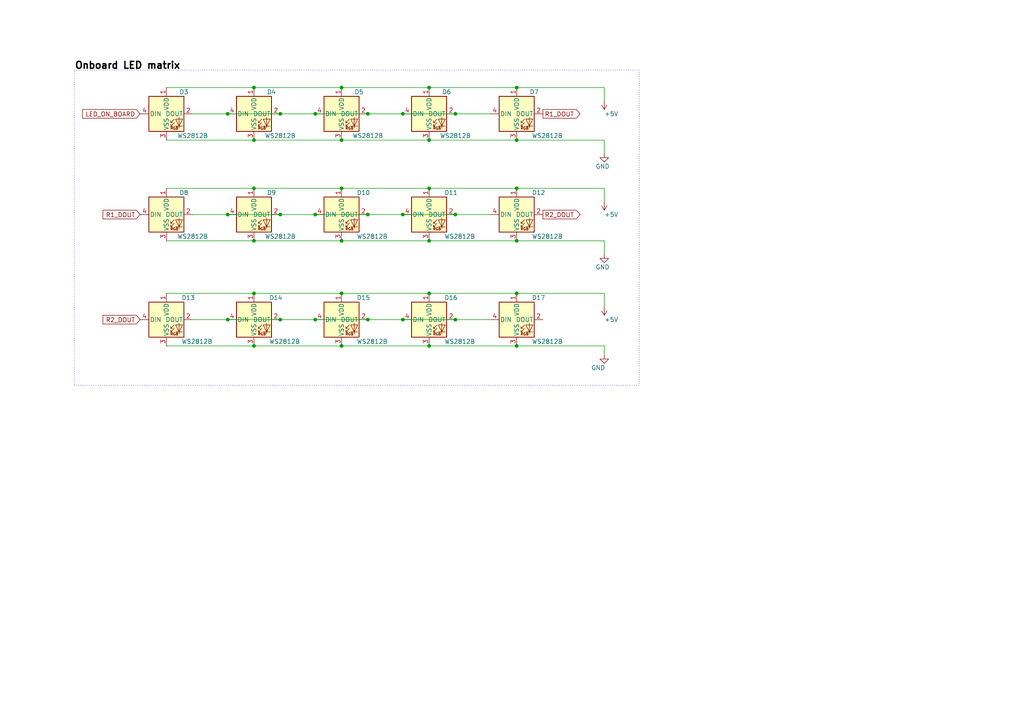
<source format=kicad_sch>
(kicad_sch (version 20230121) (generator eeschema)
  (paper "A4")
  (lib_symbols
    (symbol "LED:WS2812B" (pin_names (offset 0.254))
      (property "Reference" "D" (at 5.08 5.715 0))
      (property "Value" "WS2812B" (at 1.27 -5.715 0))
      (symbol "WS2812B_0_0"
        (text "RGB" (at 2.286 -4.191 0) (effects (font (size 0.762 0.762))))
      )
      (symbol "WS2812B_0_1"
        (polyline (pts (xy 1.27 -3.556) (xy 1.778 -3.556)))
        (polyline (pts (xy 1.27 -2.54) (xy 1.778 -2.54)))
        (polyline (pts (xy 4.699 -3.556) (xy 2.667 -3.556)))
        (polyline (pts (xy 2.286 -2.54) (xy 1.27 -3.556) (xy 1.27 -3.048)))
        (polyline (pts (xy 2.286 -1.524) (xy 1.27 -2.54) (xy 1.27 -2.032)))
        (polyline (pts (xy 3.683 -1.016) (xy 3.683 -3.556) (xy 3.683 -4.064)))
        (polyline (pts (xy 4.699 -1.524) (xy 2.667 -1.524) (xy 3.683 -3.556) (xy 4.699 -1.524)))
        (rectangle (start 5.08 5.08) (end -5.08 -5.08) (stroke (width 0.254)) (fill (type background)))
      )
      (symbol "WS2812B_1_1"
        (pin power_in line (at 0 7.62 270) (length 2.54) (name "VDD") (number "1"))
        (pin output line (at 7.62 0 180) (length 2.54) (name "DOUT") (number "2"))
        (pin power_in line (at 0 -7.62 90) (length 2.54) (name "VSS") (number "3"))
        (pin input line (at -7.62 0 0) (length 2.54) (name "DIN") (number "4"))
      )
    )
    (symbol "power:+5V" (power) (pin_names (offset 0))
      (property "Value" "+5V" (at 0 3.556 0))
      (symbol "+5V_0_1"
        (polyline (pts (xy -0.762 1.27) (xy 0 2.54)))
        (polyline (pts (xy 0 0) (xy 0 2.54)))
        (polyline (pts (xy 0 2.54) (xy 0.762 1.27)))
      )
      (symbol "+5V_1_1"
        (pin power_in line (at 0 0 90) (length 0) hide (name "+5V") (number "1"))
      )
    )
    (symbol "power:GND" (power) (pin_names (offset 0))
      (property "Value" "GND" (at 0 -3.81 0))
      (symbol "GND_0_1"
        (polyline (pts (xy 0 0) (xy 0 -1.27) (xy 1.27 -1.27) (xy 0 -2.54) (xy -1.27 -1.27) (xy 0 -1.27)))
      )
      (symbol "GND_1_1"
        (pin power_in line (at 0 0 270) (length 0) hide (name "GND") (number "1"))
      )
    )
  )
  (junction (at 106.68 92.71))
  (junction (at 99.06 40.64))
  (junction (at 99.06 54.61))
  (junction (at 73.66 85.09))
  (junction (at 106.68 33.02))
  (junction (at 91.44 62.23))
  (junction (at 132.08 33.02))
  (junction (at 149.86 54.61))
  (junction (at 124.46 85.09))
  (junction (at 73.66 54.61))
  (junction (at 124.46 100.33))
  (junction (at 124.46 69.85))
  (junction (at 149.86 40.64))
  (junction (at 149.86 85.09))
  (junction (at 99.06 100.33))
  (junction (at 91.44 92.71))
  (junction (at 66.04 92.71))
  (junction (at 116.84 92.71))
  (junction (at 73.66 25.4))
  (junction (at 124.46 54.61))
  (junction (at 149.86 100.33))
  (junction (at 66.04 33.02))
  (junction (at 132.08 62.23))
  (junction (at 81.28 92.71))
  (junction (at 99.06 85.09))
  (junction (at 132.08 92.71))
  (junction (at 116.84 62.23))
  (junction (at 66.04 62.23))
  (junction (at 99.06 25.4))
  (junction (at 73.66 100.33))
  (junction (at 149.86 69.85))
  (junction (at 73.66 69.85))
  (junction (at 149.86 25.4))
  (junction (at 124.46 40.64))
  (junction (at 106.68 62.23))
  (junction (at 116.84 33.02))
  (junction (at 81.28 62.23))
  (junction (at 124.46 25.4))
  (junction (at 99.06 69.85))
  (junction (at 81.28 33.02))
  (junction (at 91.44 33.02))
  (junction (at 73.66 40.64))
  (wire (pts (xy 149.86 54.61) (xy 175.26 54.61)))
  (wire (pts (xy 175.26 69.85) (xy 175.26 73.66)))
  (wire (pts (xy 124.46 85.09) (xy 149.86 85.09)))
  (wire (pts (xy 48.26 69.85) (xy 73.66 69.85)))
  (wire (pts (xy 99.06 40.64) (xy 124.46 40.64)))
  (wire (pts (xy 81.28 92.71) (xy 91.44 92.71)))
  (wire (pts (xy 99.06 100.33) (xy 124.46 100.33)))
  (wire (pts (xy 124.46 54.61) (xy 149.86 54.61)))
  (wire (pts (xy 48.26 100.33) (xy 73.66 100.33)))
  (wire (pts (xy 132.08 92.71) (xy 142.24 92.71)))
  (wire (pts (xy 48.26 40.64) (xy 73.66 40.64)))
  (wire (pts (xy 73.66 100.33) (xy 99.06 100.33)))
  (wire (pts (xy 99.06 85.09) (xy 124.46 85.09)))
  (wire (pts (xy 55.88 33.02) (xy 66.04 33.02)))
  (wire (pts (xy 91.44 62.23) (xy 106.68 62.23)))
  (wire (pts (xy 99.06 69.85) (xy 124.46 69.85)))
  (wire (pts (xy 175.26 85.09) (xy 175.26 88.9)))
  (wire (pts (xy 106.68 92.71) (xy 116.84 92.71)))
  (wire (pts (xy 175.26 100.33) (xy 175.26 102.87)))
  (wire (pts (xy 99.06 25.4) (xy 124.46 25.4)))
  (wire (pts (xy 149.86 85.09) (xy 175.26 85.09)))
  (wire (pts (xy 81.28 62.23) (xy 91.44 62.23)))
  (wire (pts (xy 48.26 54.61) (xy 73.66 54.61)))
  (wire (pts (xy 81.28 33.02) (xy 91.44 33.02)))
  (wire (pts (xy 55.88 92.71) (xy 66.04 92.71)))
  (wire (pts (xy 116.84 33.02) (xy 132.08 33.02)))
  (wire (pts (xy 175.26 25.4) (xy 175.26 29.21)))
  (wire (pts (xy 66.04 62.23) (xy 81.28 62.23)))
  (wire (pts (xy 99.06 54.61) (xy 124.46 54.61)))
  (wire (pts (xy 91.44 33.02) (xy 106.68 33.02)))
  (wire (pts (xy 48.26 25.4) (xy 73.66 25.4)))
  (wire (pts (xy 124.46 100.33) (xy 149.86 100.33)))
  (wire (pts (xy 48.26 85.09) (xy 73.66 85.09)))
  (wire (pts (xy 106.68 62.23) (xy 116.84 62.23)))
  (wire (pts (xy 175.26 40.64) (xy 175.26 44.45)))
  (wire (pts (xy 73.66 40.64) (xy 99.06 40.64)))
  (wire (pts (xy 91.44 92.71) (xy 106.68 92.71)))
  (wire (pts (xy 175.26 54.61) (xy 175.26 58.42)))
  (wire (pts (xy 73.66 25.4) (xy 99.06 25.4)))
  (wire (pts (xy 132.08 33.02) (xy 142.24 33.02)))
  (wire (pts (xy 149.86 100.33) (xy 175.26 100.33)))
  (wire (pts (xy 124.46 69.85) (xy 149.86 69.85)))
  (wire (pts (xy 149.86 25.4) (xy 175.26 25.4)))
  (wire (pts (xy 106.68 33.02) (xy 116.84 33.02)))
  (wire (pts (xy 55.88 62.23) (xy 66.04 62.23)))
  (wire (pts (xy 132.08 62.23) (xy 142.24 62.23)))
  (wire (pts (xy 73.66 69.85) (xy 99.06 69.85)))
  (wire (pts (xy 124.46 25.4) (xy 149.86 25.4)))
  (wire (pts (xy 66.04 92.71) (xy 81.28 92.71)))
  (wire (pts (xy 116.84 62.23) (xy 132.08 62.23)))
  (wire (pts (xy 66.04 33.02) (xy 81.28 33.02)))
  (wire (pts (xy 116.84 92.71) (xy 132.08 92.71)))
  (wire (pts (xy 73.66 85.09) (xy 99.06 85.09)))
  (wire (pts (xy 124.46 40.64) (xy 149.86 40.64)))
  (wire (pts (xy 149.86 40.64) (xy 175.26 40.64)))
  (wire (pts (xy 73.66 54.61) (xy 99.06 54.61)))
  (wire (pts (xy 149.86 69.85) (xy 175.26 69.85)))
  (rectangle (start 21.59 20.32) (end 185.42 111.76) (stroke (width 0) (type dot)))
  (text "Onboard LED matrix" (at 21.59 20.32 0) (effects (font (size 2 2) (thickness 0.4) bold) (justify left bottom)))
  (global_label "R1_DOUT" (shape output) (at 157.48 33.02 0) (property "Intersheetrefs" "${INTERSHEET_REFS}" (effects hide)))
  (global_label "R1_DOUT" (shape input) (at 40.64 62.23 180) (property "Intersheetrefs" "${INTERSHEET_REFS}" (effects hide)))
  (global_label "LED_ON_BOARD" (shape input) (at 40.64 33.02 180) (property "Intersheetrefs" "${INTERSHEET_REFS}" (effects hide)))
  (global_label "R2_DOUT" (shape input) (at 40.64 92.71 180) (property "Intersheetrefs" "${INTERSHEET_REFS}" (effects hide)))
  (global_label "R2_DOUT" (shape output) (at 157.48 62.23 0) (property "Intersheetrefs" "${INTERSHEET_REFS}" (effects hide)))
  (symbol (lib_id "LED:WS2812B") (at 99.06 92.71 0) (unit 1)
    (property "Reference" "D15" (at 105.41 86.36 0))
    (property "Value" "WS2812B" (at 107.95 99.06 0))
    (property "Footprint" "LED_SMD:LED_WS2812B_PLCC4_5.0x5.0mm_P3.2mm" (effects hide))
    (property "Datasheet" "https://cdn-shop.adafruit.com/datasheets/WS2812B.pdf" (effects hide))
    (instances (project "Practical Electronics WS2023" (path "" (reference "D15") (unit 1)) (path "" (reference "D11") (unit 1))))
  )
  (symbol (lib_id "power:GND") (at 175.26 44.45 0) (unit 1)
    (property "Reference" "#PWR09" (effects hide))
    (property "Value" "GND" (at 172.72 48.26 0) (effects (justify left)))
    (instances (project "Practical Electronics WS2023" (path "" (reference "#PWR09") (unit 1)) (path "" (reference "#PWR08") (unit 1))))
  )
  (symbol (lib_id "LED:WS2812B") (at 149.86 62.23 0) (unit 1)
    (property "Reference" "D12" (at 156.21 55.88 0))
    (property "Value" "WS2812B" (at 158.75 68.58 0))
    (property "Footprint" "LED_SMD:LED_WS2812B_PLCC4_5.0x5.0mm_P3.2mm" (effects hide))
    (property "Datasheet" "https://cdn-shop.adafruit.com/datasheets/WS2812B.pdf" (effects hide))
    (instances (project "Practical Electronics WS2023" (path "" (reference "D12") (unit 1)) (path "" (reference "D16") (unit 1))))
  )
  (symbol (lib_id "LED:WS2812B") (at 73.66 33.02 0) (unit 1)
    (property "Reference" "D4" (at 78.74 26.67 0))
    (property "Value" "WS2812B" (at 81.28 39.37 0))
    (property "Footprint" "LED_SMD:LED_WS2812B_PLCC4_5.0x5.0mm_P3.2mm" (effects hide))
    (property "Datasheet" "https://cdn-shop.adafruit.com/datasheets/WS2812B.pdf" (effects hide))
    (instances (project "Practical Electronics WS2023" (path "" (reference "D4") (unit 1)) (path "" (reference "D6") (unit 1))))
  )
  (symbol (lib_id "LED:WS2812B") (at 99.06 62.23 0) (unit 1)
    (property "Reference" "D10" (at 105.41 55.88 0))
    (property "Value" "WS2812B" (at 107.95 68.58 0))
    (property "Footprint" "LED_SMD:LED_WS2812B_PLCC4_5.0x5.0mm_P3.2mm" (effects hide))
    (property "Datasheet" "https://cdn-shop.adafruit.com/datasheets/WS2812B.pdf" (effects hide))
  )
  (symbol (lib_id "LED:WS2812B") (at 124.46 62.23 0) (unit 1)
    (property "Reference" "D11" (at 130.81 55.88 0))
    (property "Value" "WS2812B" (at 133.35 68.58 0))
    (property "Footprint" "LED_SMD:LED_WS2812B_PLCC4_5.0x5.0mm_P3.2mm" (effects hide))
    (property "Datasheet" "https://cdn-shop.adafruit.com/datasheets/WS2812B.pdf" (effects hide))
    (instances (project "Practical Electronics WS2023" (path "" (reference "D11") (unit 1)) (path "" (reference "D13") (unit 1))))
  )
  (symbol (lib_id "LED:WS2812B") (at 73.66 62.23 0) (unit 1)
    (property "Reference" "D9" (at 78.74 55.88 0))
    (property "Value" "WS2812B" (at 81.28 68.58 0))
    (property "Footprint" "LED_SMD:LED_WS2812B_PLCC4_5.0x5.0mm_P3.2mm" (effects hide))
    (property "Datasheet" "https://cdn-shop.adafruit.com/datasheets/WS2812B.pdf" (effects hide))
    (instances (project "Practical Electronics WS2023" (path "" (reference "D9") (unit 1)) (path "" (reference "D7") (unit 1))))
  )
  (symbol (lib_id "power:GND") (at 175.26 102.87 0) (unit 1)
    (property "Reference" "#PWR06" (effects hide))
    (property "Value" "GND" (at 171.45 106.68 0) (effects (justify left)))
    (instances (project "Practical Electronics WS2023" (path "" (reference "#PWR06") (unit 1)) (path "" (reference "#PWR020") (unit 1))))
  )
  (symbol (lib_id "LED:WS2812B") (at 124.46 92.71 0) (unit 1)
    (property "Reference" "D16" (at 130.81 86.36 0))
    (property "Value" "WS2812B" (at 133.35 99.06 0))
    (property "Footprint" "LED_SMD:LED_WS2812B_PLCC4_5.0x5.0mm_P3.2mm" (effects hide))
    (property "Datasheet" "https://cdn-shop.adafruit.com/datasheets/WS2812B.pdf" (effects hide))
    (instances (project "Practical Electronics WS2023" (path "" (reference "D16") (unit 1)) (path "" (reference "D14") (unit 1))))
  )
  (symbol (lib_id "LED:WS2812B") (at 73.66 92.71 0) (unit 1)
    (property "Reference" "D14" (at 80.01 86.36 0))
    (property "Value" "WS2812B" (at 82.55 99.06 0))
    (property "Footprint" "LED_SMD:LED_WS2812B_PLCC4_5.0x5.0mm_P3.2mm" (effects hide))
    (property "Datasheet" "https://cdn-shop.adafruit.com/datasheets/WS2812B.pdf" (effects hide))
    (instances (project "Practical Electronics WS2023" (path "" (reference "D14") (unit 1)) (path "" (reference "D8") (unit 1))))
  )
  (symbol (lib_id "power:GND") (at 175.26 73.66 0) (unit 1)
    (property "Reference" "#PWR08" (effects hide))
    (property "Value" "GND" (at 172.72 77.47 0) (effects (justify left)))
    (instances (project "Practical Electronics WS2023" (path "" (reference "#PWR08") (unit 1)) (path "" (reference "#PWR012") (unit 1))))
  )
  (symbol (lib_id "power:+5V") (at 175.26 58.42 180) (unit 1)
    (property "Reference" "#PWR013" (effects hide))
    (property "Value" "+5V" (at 175.26 62.23 0) (effects (justify right)))
    (instances (project "Practical Electronics WS2023" (path "" (reference "#PWR013") (unit 1)) (path "" (reference "#PWR09") (unit 1))))
  )
  (symbol (lib_id "LED:WS2812B") (at 149.86 33.02 0) (unit 1)
    (property "Reference" "D7" (at 154.94 26.67 0))
    (property "Value" "WS2812B" (at 158.75 39.37 0))
    (property "Footprint" "LED_SMD:LED_WS2812B_PLCC4_5.0x5.0mm_P3.2mm" (effects hide))
    (property "Datasheet" "https://cdn-shop.adafruit.com/datasheets/WS2812B.pdf" (effects hide))
    (instances (project "Practical Electronics WS2023" (path "" (reference "D7") (unit 1)) (path "" (reference "D15") (unit 1))))
  )
  (symbol (lib_id "power:+5V") (at 175.26 29.21 180) (unit 1)
    (property "Reference" "#PWR012" (effects hide))
    (property "Value" "+5V" (at 175.26 33.02 0) (effects (justify right)))
    (instances (project "Practical Electronics WS2023" (path "" (reference "#PWR012") (unit 1)) (path "" (reference "#PWR06") (unit 1))))
  )
  (symbol (lib_id "LED:WS2812B") (at 149.86 92.71 0) (unit 1)
    (property "Reference" "D17" (at 156.21 86.36 0))
    (property "Value" "WS2812B" (at 158.75 99.06 0))
    (property "Footprint" "LED_SMD:LED_WS2812B_PLCC4_5.0x5.0mm_P3.2mm" (effects hide))
    (property "Datasheet" "https://cdn-shop.adafruit.com/datasheets/WS2812B.pdf" (effects hide))
  )
  (symbol (lib_id "LED:WS2812B") (at 48.26 33.02 0) (unit 1)
    (property "Reference" "D3" (at 53.34 26.67 0))
    (property "Value" "WS2812B" (at 55.88 39.37 0))
    (property "Footprint" "LED_SMD:LED_WS2812B_PLCC4_5.0x5.0mm_P3.2mm" (effects hide))
    (property "Datasheet" "https://cdn-shop.adafruit.com/datasheets/WS2812B.pdf" (effects hide))
  )
  (symbol (lib_id "LED:WS2812B") (at 48.26 62.23 0) (unit 1)
    (property "Reference" "D8" (at 53.34 55.88 0))
    (property "Value" "WS2812B" (at 55.88 68.58 0))
    (property "Footprint" "LED_SMD:LED_WS2812B_PLCC4_5.0x5.0mm_P3.2mm" (effects hide))
    (property "Datasheet" "https://cdn-shop.adafruit.com/datasheets/WS2812B.pdf" (effects hide))
    (instances (project "Practical Electronics WS2023" (path "" (reference "D8") (unit 1)) (path "" (reference "D4") (unit 1))))
  )
  (symbol (lib_id "LED:WS2812B") (at 99.06 33.02 0) (unit 1)
    (property "Reference" "D5" (at 104.14 26.67 0))
    (property "Value" "WS2812B" (at 106.68 39.37 0))
    (property "Footprint" "LED_SMD:LED_WS2812B_PLCC4_5.0x5.0mm_P3.2mm" (effects hide))
    (property "Datasheet" "https://cdn-shop.adafruit.com/datasheets/WS2812B.pdf" (effects hide))
    (instances (project "Practical Electronics WS2023" (path "" (reference "D5") (unit 1)) (path "" (reference "D9") (unit 1))))
  )
  (symbol (lib_id "power:+5V") (at 175.26 88.9 180) (unit 1)
    (property "Reference" "#PWR020" (effects hide))
    (property "Value" "+5V" (at 175.26 92.71 0) (effects (justify right)))
    (instances (project "Practical Electronics WS2023" (path "" (reference "#PWR020") (unit 1)) (path "" (reference "#PWR013") (unit 1))))
  )
  (symbol (lib_id "LED:WS2812B") (at 124.46 33.02 0) (unit 1)
    (property "Reference" "D6" (at 129.54 26.67 0))
    (property "Value" "WS2812B" (at 132.08 39.37 0))
    (property "Footprint" "LED_SMD:LED_WS2812B_PLCC4_5.0x5.0mm_P3.2mm" (effects hide))
    (property "Datasheet" "https://cdn-shop.adafruit.com/datasheets/WS2812B.pdf" (effects hide))
    (instances (project "Practical Electronics WS2023" (path "" (reference "D6") (unit 1)) (path "" (reference "D12") (unit 1))))
  )
  (symbol (lib_id "LED:WS2812B") (at 48.26 92.71 0) (unit 1)
    (property "Reference" "D13" (at 54.61 86.36 0))
    (property "Value" "WS2812B" (at 57.15 99.06 0))
    (property "Footprint" "LED_SMD:LED_WS2812B_PLCC4_5.0x5.0mm_P3.2mm" (effects hide))
    (property "Datasheet" "https://cdn-shop.adafruit.com/datasheets/WS2812B.pdf" (effects hide))
    (instances (project "Practical Electronics WS2023" (path "" (reference "D13") (unit 1)) (path "" (reference "D5") (unit 1))))
  )
)
</source>
